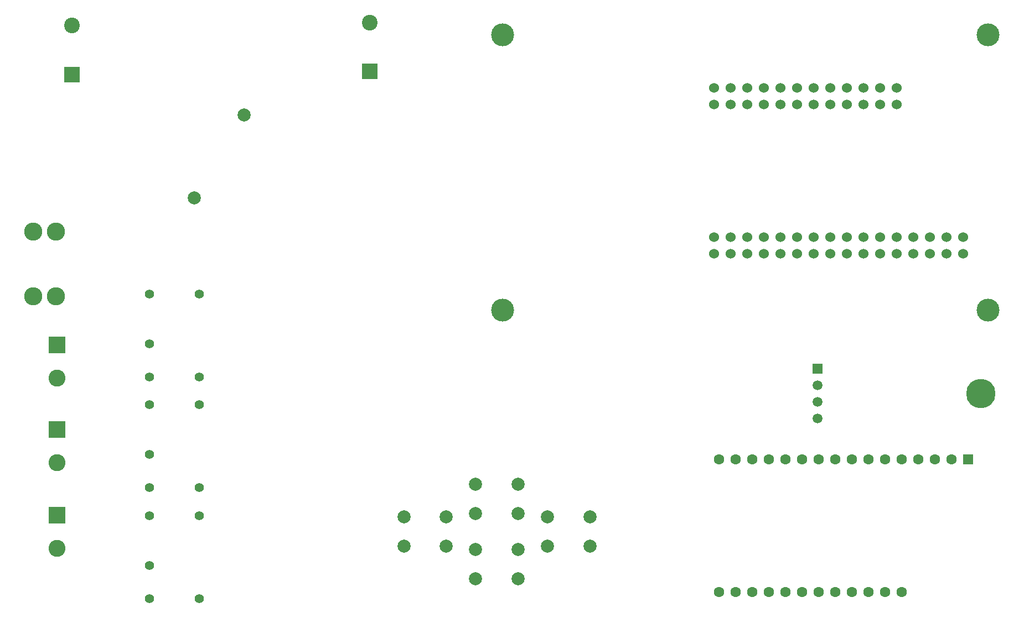
<source format=gbr>
%TF.GenerationSoftware,KiCad,Pcbnew,(6.0.5)*%
%TF.CreationDate,2022-07-11T20:41:14-04:00*%
%TF.ProjectId,Test Board,54657374-2042-46f6-9172-642e6b696361,rev?*%
%TF.SameCoordinates,Original*%
%TF.FileFunction,Soldermask,Bot*%
%TF.FilePolarity,Negative*%
%FSLAX46Y46*%
G04 Gerber Fmt 4.6, Leading zero omitted, Abs format (unit mm)*
G04 Created by KiCad (PCBNEW (6.0.5)) date 2022-07-11 20:41:14*
%MOMM*%
%LPD*%
G01*
G04 APERTURE LIST*
%ADD10C,2.780000*%
%ADD11R,2.400000X2.400000*%
%ADD12C,2.400000*%
%ADD13R,2.600000X2.600000*%
%ADD14C,2.600000*%
%ADD15C,2.000000*%
%ADD16C,1.524000*%
%ADD17C,3.500000*%
%ADD18C,1.397000*%
%ADD19R,1.500000X1.500000*%
%ADD20C,1.500000*%
%ADD21C,4.500000*%
%ADD22R,1.600000X1.600000*%
%ADD23C,1.600000*%
G04 APERTURE END LIST*
D10*
%TO.C,F1*%
X113500000Y-84040000D03*
X110100000Y-84040000D03*
X110100000Y-93960000D03*
X113500000Y-93960000D03*
%TD*%
D11*
%TO.C,C1*%
X116000000Y-60000000D03*
D12*
X116000000Y-52500000D03*
%TD*%
D11*
%TO.C,C2*%
X161500000Y-59500000D03*
D12*
X161500000Y-52000000D03*
%TD*%
D13*
%TO.C,J1*%
X113695000Y-101375000D03*
D14*
X113695000Y-106455000D03*
%TD*%
D13*
%TO.C,J2*%
X113695000Y-114375000D03*
D14*
X113695000Y-119455000D03*
%TD*%
D13*
%TO.C,J3*%
X113695000Y-127455000D03*
D14*
X113695000Y-132535000D03*
%TD*%
D15*
%TO.C,L1*%
X134690000Y-78850000D03*
X142310000Y-66150000D03*
%TD*%
D16*
%TO.C,U2*%
X252337500Y-84907000D03*
X252337500Y-87447000D03*
X249797500Y-87447000D03*
X249797500Y-84907000D03*
X247257500Y-84907000D03*
X247257500Y-87447000D03*
X244717500Y-87447000D03*
X244717500Y-84907000D03*
X242177500Y-84907000D03*
X242177500Y-87447000D03*
X239637500Y-87447000D03*
X239637500Y-84907000D03*
X237097500Y-84907000D03*
X237097500Y-87447000D03*
X234557500Y-87447000D03*
X234557500Y-84907000D03*
X232017500Y-87447000D03*
X232017500Y-84907000D03*
X229477500Y-87447000D03*
X229477500Y-84907000D03*
X226937500Y-87447000D03*
X226937500Y-84907000D03*
X224397500Y-84907000D03*
X224397500Y-87447000D03*
X221857500Y-84907000D03*
X221857500Y-87447000D03*
X219317500Y-87447000D03*
X219317500Y-84907000D03*
X216777500Y-84907000D03*
X216777500Y-87447000D03*
X214237500Y-84907000D03*
X214237500Y-87447000D03*
X214237500Y-62047000D03*
X214237500Y-64587000D03*
X216777500Y-62047000D03*
X216777500Y-64587000D03*
X219317500Y-64587000D03*
X219317500Y-62047000D03*
X221857500Y-62047000D03*
X221857500Y-64587000D03*
X224397500Y-64587000D03*
X224397500Y-62047000D03*
X226937500Y-62047000D03*
X226937500Y-64587000D03*
X229477500Y-62047000D03*
X229477500Y-64587000D03*
X232017500Y-62047000D03*
X232017500Y-64587000D03*
X234557500Y-62047000D03*
X234557500Y-64587000D03*
X237097500Y-62047000D03*
X237097500Y-64587000D03*
X239637500Y-64587000D03*
X239637500Y-62047000D03*
X242177500Y-64587000D03*
X242177500Y-62047000D03*
D17*
X181852500Y-53918000D03*
X181852500Y-96082000D03*
X256147500Y-96082000D03*
X256147500Y-53918000D03*
%TD*%
D18*
%TO.C,U3*%
X127853450Y-106270000D03*
X127853450Y-101190000D03*
X127853450Y-93570000D03*
X135473450Y-93570000D03*
X135473450Y-106270000D03*
%TD*%
%TO.C,U4*%
X135473450Y-140270000D03*
X135473450Y-127570000D03*
X127853450Y-127570000D03*
X127853450Y-135190000D03*
X127853450Y-140270000D03*
%TD*%
%TO.C,U5*%
X127853450Y-123270000D03*
X127853450Y-118190000D03*
X127853450Y-110570000D03*
X135473450Y-110570000D03*
X135473450Y-123270000D03*
%TD*%
D19*
%TO.C,U6*%
X230000000Y-105000000D03*
D20*
X230000000Y-107540000D03*
X230000000Y-110080000D03*
X230000000Y-112620000D03*
D21*
X255000000Y-108810000D03*
%TD*%
D15*
%TO.C,SW1*%
X184250000Y-122750000D03*
X177750000Y-122750000D03*
X177750000Y-127250000D03*
X184250000Y-127250000D03*
%TD*%
%TO.C,SW3*%
X173250000Y-127750000D03*
X166750000Y-127750000D03*
X173250000Y-132250000D03*
X166750000Y-132250000D03*
%TD*%
D22*
%TO.C,A1*%
X253050000Y-118947500D03*
D23*
X250510000Y-118947500D03*
X247970000Y-118947500D03*
X245430000Y-118947500D03*
X242890000Y-118947500D03*
X240350000Y-118947500D03*
X237810000Y-118947500D03*
X235270000Y-118947500D03*
X232730000Y-118947500D03*
X230190000Y-118947500D03*
X227650000Y-118947500D03*
X225110000Y-118947500D03*
X222570000Y-118947500D03*
X220030000Y-118947500D03*
X217490000Y-118947500D03*
X214950000Y-118947500D03*
X214950000Y-139267500D03*
X217490000Y-139267500D03*
X220030000Y-139267500D03*
X222570000Y-139267500D03*
X225110000Y-139267500D03*
X227650000Y-139267500D03*
X230190000Y-139267500D03*
X232730000Y-139267500D03*
X235270000Y-139267500D03*
X237810000Y-139267500D03*
X240350000Y-139267500D03*
X242890000Y-139267500D03*
%TD*%
D15*
%TO.C,SW2*%
X184250000Y-132750000D03*
X177750000Y-132750000D03*
X177750000Y-137250000D03*
X184250000Y-137250000D03*
%TD*%
%TO.C,SW4*%
X195250000Y-127750000D03*
X188750000Y-127750000D03*
X188750000Y-132250000D03*
X195250000Y-132250000D03*
%TD*%
M02*

</source>
